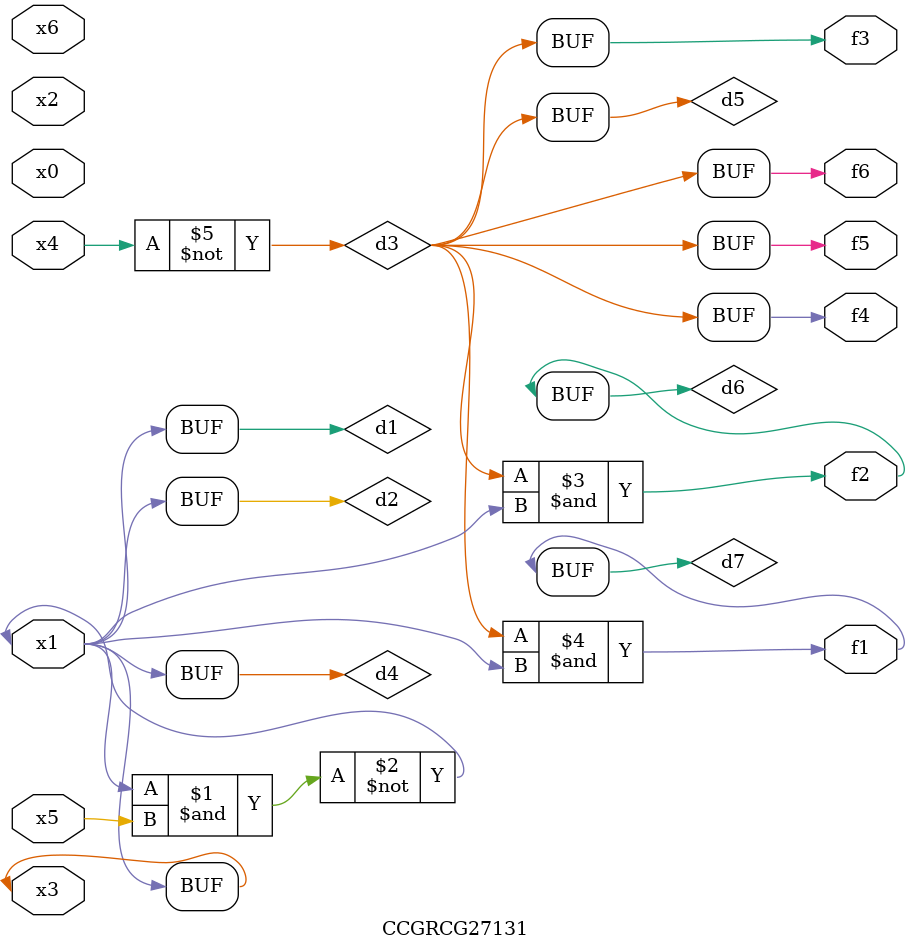
<source format=v>
module CCGRCG27131(
	input x0, x1, x2, x3, x4, x5, x6,
	output f1, f2, f3, f4, f5, f6
);

	wire d1, d2, d3, d4, d5, d6, d7;

	buf (d1, x1, x3);
	nand (d2, x1, x5);
	not (d3, x4);
	buf (d4, d1, d2);
	buf (d5, d3);
	and (d6, d3, d4);
	and (d7, d3, d4);
	assign f1 = d7;
	assign f2 = d6;
	assign f3 = d5;
	assign f4 = d5;
	assign f5 = d5;
	assign f6 = d5;
endmodule

</source>
